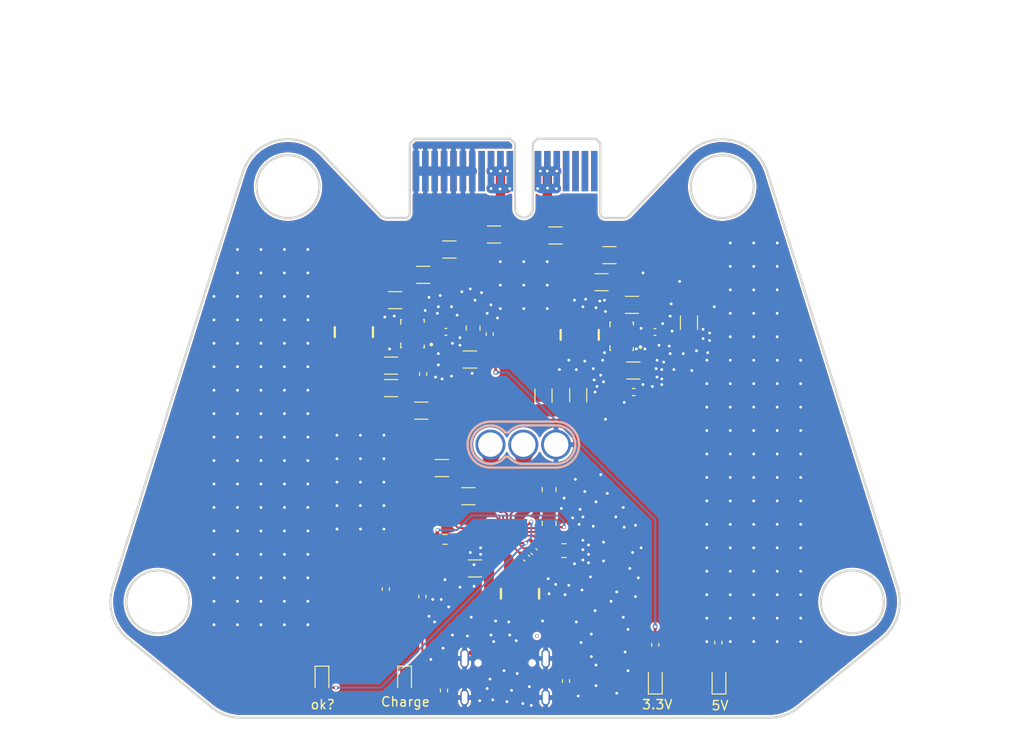
<source format=kicad_pcb>
(kicad_pcb (version 20241229) (generator "pcbnew") (generator_version "9.0")
  (layers (0 "F.Cu" signal) (2 "B.Cu" signal) (13 "F.Paste" user) (15 "B.Paste" user) (5 "F.SilkS" user "F.Silkscreen") (7 "B.SilkS" user "B.Silkscreen") (1 "F.Mask" user) (3 "B.Mask" user) (25 "Edge.Cuts" user))
  (net 0 "")
  (net 1 "GND")
  (net 2 "+3.3V")
  (net 3 "+5V")
  (net 4 "Net-(D401-K)")
  (net 5 "Net-(D402-K)")
  (net 18 "/VBUS")
  (net 19 "/power/VCC")
  (net 20 "/power/VSYS")
  (net 21 "AGND")
  (net 22 "Net-(D1-A)")
  (net 23 "Net-(J201-CC2)")
  (net 29 "Net-(J201-CC1)")
  (net 30 "Net-(C407-Pad1)")
  (net 31 "Net-(U501-L1)")
  (net 32 "Net-(U501-L2)")
  (net 33 "Net-(U601-L1)")
  (net 34 "Net-(U601-L2)")
  (net 35 "Net-(U402-VLIM)")
  (net 36 "Net-(U402-ISET)")
  (net 37 "Net-(U402-*ACOK)")
  (net 38 "Net-(U402-BST)")
  (net 40 "Net-(U402-BATT)")
  (net 42 "Net-(U402-CV)")
  (net 43 "Net-(U402-*STAT)")
  (net 44 "Net-(U402-MID)")
  (net 45 "Net-(U501-VAUX)")
  (net 46 "Net-(U501-PG)")
  (net 49 "Net-(U501-EN)")
  (net 50 "Net-(U501-FB)")
  (net 51 "Net-(U601-PG)")
  (net 52 "Net-(U601-VAUX)")
  (net 53 "Net-(U601-EN)")
  (net 54 "Net-(D501-A)")
  (footprint "Resistor_SMD:R_0402_1005Metric" (layer "F.Cu") (at 144.775 81.525 90)
    (property "Reference" "R503" (hide yes))
    (property "Value" "150k" (hide yes))
  )
  (footprint "Capacitor_SMD:C_1206_3216Metric" (layer "F.Cu") (at 145.225 70.9)
    (property "Reference" "C508" (hide yes))
    (property "Value" "22u" (hide yes))
  )
  (footprint "Capacitor_SMD:C_1206_3216Metric" (layer "F.Cu") (at 150.5 88.075 90)
    (property "Reference" "C601" (hide yes))
    (property "Value" "10u" (hide yes))
  )
  (footprint "LED_SMD:LED_0603_1608Metric" (layer "F.Cu") (at 135.7 118.4 -90)
    (property "Reference" "D401" (hide yes))
    (property "Value" "LED" (hide yes))
  )
  (footprint "Resistor_SMD:R_0402_1005Metric" (layer "F.Cu") (at 137.6 109.5 -90)
    (property "Reference" "R406" (hide yes))
    (property "Value" "1k" (hide yes))
  )
  (footprint "Capacitor_SMD:C_1206_3216Metric" (layer "F.Cu") (at 139.675 95.8)
    (property "Reference" "C408" (hide yes))
    (property "Value" "22u" (hide yes))
  )
  (footprint "Capacitor_SMD:C_0402_1005Metric" (layer "F.Cu") (at 148.7 105.4 135)
    (property "Reference" "C407" (hide yes))
    (property "Value" "100n" (hide yes))
  )
  (footprint "Resistor_SMD:R_0402_1005Metric" (layer "F.Cu") (at 169.125 114.4025 -90)
    (property "Reference" "R505" (hide yes))
    (property "Value" "1k" (hide yes))
  )
  (footprint "Capacitor_SMD:C_0402_1005Metric" (layer "F.Cu") (at 149.5 104.7 135)
    (property "Reference" "C410" (hide yes))
    (property "Value" "1u" (hide yes))
  )
  (footprint "Capacitor_SMD:C_1206_3216Metric" (layer "F.Cu") (at 142.5 98.8)
    (property "Reference" "C409" (hide yes))
    (property "Value" "22u" (hide yes))
  )
  (footprint "4in-power:IND-SMD_L4.0-W4.0_YSMC0420V" (layer "F.Cu") (at 154.359315 81.6 90)
    (property "Reference" "L601" (hide yes))
    (property "Value" "1.5u" (hide yes))
  )
  (footprint "Resistor_SMD:R_0805_2012Metric" (layer "F.Cu") (at 152.7 104.6)
    (property "Reference" "R409" (hide yes))
    (property "Value" "6k" (hide yes))
  )
  (footprint "Capacitor_SMD:C_1206_3216Metric" (layer "F.Cu") (at 137.7 75.2 180)
    (property "Reference" "C506" (hide yes))
    (property "Value" "22u" (hide yes))
  )
  (footprint "4in-power:QFN-18_2MMx3MM_MP2672_MNP_MPS" (layer "F.Cu") (at 146.412818 102.2 90)
    (property "Reference" "U402" (hide yes))
    (property "Value" "MP2672GD-0000-Z" (hide yes))
  )
  (footprint "Capacitor_SMD:C_1206_3216Metric" (layer "F.Cu") (at 134.7 77.9 180)
    (property "Reference" "C505" (hide yes))
    (property "Value" "10u" (hide yes))
  )
  (footprint "Capacitor_SMD:C_1206_3216Metric" (layer "F.Cu") (at 140.475 72.5 180)
    (property "Reference" "C507" (hide yes))
    (property "Value" "22u" (hide yes))
  )
  (footprint "Capacitor_SMD:C_0402_1005Metric" (layer "F.Cu") (at 162.38 81.3)
    (property "Reference" "C603" (hide yes))
    (property "Value" "100n" (hide yes))
  )
  (footprint "Resistor_SMD:R_0805_2012Metric" (layer "F.Cu") (at 151.1 98.1 -90)
    (property "Reference" "R404" (hide yes))
    (property "Value" "25k" (hide yes))
  )
  (footprint "Connector_USB:USB_C_Receptacle_Palconn_UTC16-G" (layer "F.Cu") (at 146.412818 118.025)
    (property "Reference" "J201" (hide yes))
    (property "Value" "USB_C_Receptacle_USB2.0_16P" (hide yes))
  )
  (footprint "4in-power:VREG_TPS63070RNMR" (layer "F.Cu") (at 136.55 81.475 180)
    (property "Reference" "U501" (hide yes))
    (property "Value" "TPS63070RNMR" (hide yes))
  )
  (footprint "Resistor_SMD:R_0603_1608Metric" (layer "F.Cu") (at 140 103.4 180)
    (property "Reference" "R408" (hide yes))
    (property "Value" "33k" (hide yes))
  )
  (footprint "Resistor_SMD:R_0805_2012Metric" (layer "F.Cu") (at 143 80.875 -90)
    (property "Reference" "R502" (hide yes))
    (property "Value" "470k" (hide yes))
  )
  (footprint "Capacitor_SMD:C_1206_3216Metric" (layer "F.Cu") (at 134.25 87.275 180)
    (property "Reference" "C502" (hide yes))
    (property "Value" "10u" (hide yes))
  )
  (footprint "Resistor_SMD:R_0402_1005Metric" (layer "F.Cu") (at 139.9 119.51 90)
    (property "Reference" "R201" (hide yes))
    (property "Value" "5.1k" (hide yes))
  )
  (footprint "4in-power:VREG_TPS63070RNMR" (layer "F.Cu") (at 158.834315 81.75 180)
    (property "Reference" "U601" (hide yes))
    (property "Value" "TPS63070RNMR" (hide yes))
  )
  (footprint "Resistor_SMD:R_0402_1005Metric" (layer "F.Cu") (at 152.9 118.5 -90)
    (property "Reference" "R202" (hide yes))
    (property "Value" "5.1k" (hide yes))
  )
  (footprint "Resistor_SMD:R_0402_1005Metric" (layer "F.Cu") (at 137.675 85.775 90)
    (property "Reference" "R501" (hide yes))
    (property "Value" "10k" (hide yes))
  )
  (footprint "Resistor_SMD:R_0402_1005Metric" (layer "F.Cu") (at 162.4125 114.643835 -90)
    (property "Reference" "R11" (hide yes))
    (property "Value" "1k" (hide yes))
  )
  (footprint "4in-power:IND-SMD_L4.0-W4.0_YSMC0420V" (layer "F.Cu") (at 148 109.2 90)
    (property "Reference" "L402" (hide yes))
    (property "Value" "1.5u" (hide yes))
  )
  (footprint "Resistor_SMD:R_1206_3216Metric" (layer "F.Cu") (at 142.6625 84.225 180)
    (property "Reference" "R504" (hide yes))
    (property "Value" "100k" (hide yes))
  )
  (footprint "Capacitor_SMD:C_1206_3216Metric" (layer "F.Cu") (at 134.25 84.875 180)
    (property "Reference" "C503" (hide yes))
    (property "Value" "10u" (hide yes))
  )
  (footprint "LED_SMD:LED_0603_1608Metric" (layer "F.Cu") (at 126.9 118.4 -90)
    (property "Reference" "D402" (hide yes))
    (property "Value" "LED" (hide yes))
  )
  (footprint "Capacitor_SMD:C_1206_3216Metric" (layer "F.Cu") (at 156.675 75.984909 180)
    (property "Reference" "C604" (hide yes))
    (property "Value" "22u" (hide yes))
  )
  (footprint "Capacitor_SMD:C_1206_3216Metric" (layer "F.Cu") (at 157.525 73.1)
    (property "Reference" "C605" (hide yes))
    (property "Value" "22u" (hide yes))
  )
  (footprint "Resistor_SMD:R_0805_2012Metric" (layer "F.Cu") (at 151.1 101.7 -90)
    (property "Reference" "R405" (hide yes))
    (property "Value" "9.1k" (hide yes))
  )
  (footprint "LED_SMD:LED_0603_1608Metric" (layer "F.Cu") (at 169.2 118.4 90)
    (property "Reference" "D501" (hide yes))
    (property "Value" "LED" (hide yes))
  )
  (footprint "4in-power:IND-SMD_L4.0-W4.0_YSMC0420V" (layer "F.Cu") (at 130.3 81.3 90)
    (property "Reference" "L501" (hide yes))
    (property "Value" "1.5u" (hide yes))
  )
  (footprint "Capacitor_SMD:C_1206_3216Metric" (layer "F.Cu") (at 137.475 89.675)
    (property "Reference" "C501" (hide yes))
    (property "Value" "10u" (hide yes))
  )
  (footprint "Capacitor_SMD:C_1206_3216Metric" (layer "F.Cu") (at 154.2 88.025 90)
    (property "Reference" "C602" (hide yes))
    (property "Value" "10u" (hide yes))
  )
  (footprint "Capacitor_SMD:C_0402_1005Metric" (layer "F.Cu") (at 140.105 81.275)
    (property "Reference" "C504" (hide yes))
    (property "Value" "100n" (hide yes))
  )
  (footprint "Capacitor_SMD:C_1206_3216Metric" (layer "F.Cu") (at 160.075 85.4)
    (property "Reference" "C608" (hide yes))
    (property "Value" "10u" (hide yes))
  )
  (footprint "Resistor_SMD:R_0402_1005Metric" (layer "F.Cu") (at 160.11 87.7)
    (property "Reference" "R601" (hide yes))
    (property "Value" "10k" (hide yes))
  )
  (footprint "Capacitor_SMD:C_1206_3216Metric" (layer "F.Cu") (at 151.775 71 180)
    (property "Reference" "C606" (hide yes))
    (property "Value" "22u" (hide yes))
  )
  (footprint "Resistor_SMD:R_1206_3216Metric" (layer "F.Cu") (at 166 80.3 -90)
    (property "Reference" "R602" (hide yes))
    (property "Value" "100k" (hide yes))
  )
  (footprint "Capacitor_SMD:C_1206_3216Metric" (layer "F.Cu") (at 143.2 106.5)
    (property "Reference" "C406" (hide yes))
    (property "Value" "10u" (hide yes))
  )
  (footprint "Resistor_SMD:R_0402_1005Metric" (layer "F.Cu") (at 133.7 108.7 -90)
    (property "Reference" "R407" (hide yes))
    (property "Value" "1k" (hide yes))
  )
  (footprint "Capacitor_SMD:C_1206_3216Metric" (layer "F.Cu") (at 159.925 78.4)
    (property "Reference" "C607" (hide yes))
    (property "Value" "10u" (hide yes))
  )
  (footprint "LED_SMD:LED_0603_1608Metric" (layer "F.Cu") (at 162.4125 118.4 90)
    (property "Reference" "D1" (hide yes))
    (property "Value" "LED" (hide yes))
  )
  (footprint "Connector_PCBEdge:BUS_PCIexpress_x1" (layer "B.Cu") (at 136.913 64.138595)
    (property "Reference" "J1" (hide yes))
    (property "Value" "Bus_PCI_Express_x1" (hide yes))
    (fp_line (start -0.65 -2.95) (end -0.65 4.506267) (stroke (width 0.25)) (layer "Edge.Cuts"))
    (fp_line (start -0.15 -3.45) (end -0.65 -2.95) (stroke (width 0.25)) (layer "Edge.Cuts"))
    (fp_line (start 10.05 -3.45) (end -0.15 -3.45) (stroke (width 0.25)) (layer "Edge.Cuts"))
    (fp_line (start 10.05 -3.45) (end 10.55 -2.95) (stroke (width 0.25)) (layer "Edge.Cuts"))
    (fp_line (start 10.55 -2.95) (end 10.55 4) (stroke (width 0.25)) (layer "Edge.Cuts"))
    (fp_line (start 12.45 -2.95) (end 12.45 4) (stroke (width 0.25)) (layer "Edge.Cuts"))
    (fp_line (start 12.95 -3.45) (end 12.45 -2.95) (stroke (width 0.25)) (layer "Edge.Cuts"))
    (fp_line (start 19.15 -3.45) (end 12.95 -3.45) (stroke (width 0.25)) (layer "Edge.Cuts"))
    (fp_line (start 19.15 -3.45) (end 19.65 -2.95) (stroke (width 0.25)) (layer "Edge.Cuts"))
    (fp_line (start 19.65 4.506267) (end 19.65 -2.95) (stroke (width 0.25)) (layer "Edge.Cuts"))
    (fp_arc (start 12.45 4) (mid 11.5 4.95) (end 10.55 4) (stroke (width 0.25)) (layer "Edge.Cuts"))
  )
  (footprint "4in-power:CONN-TH_MR30-Vertical" (layer "B.Cu") (at 148.35 93.3)
    (property "Reference" "U403" (hide yes))
    (property "Value" "Battery (MR-30)" (hide yes))
  )
  (gr_line (start 159.678146 68.835513) (end 165.883818 62.312636) (stroke (width 0.25)) (layer "Edge.Cuts"))
  (gr_line (start 133.143972 68.831791) (end 126.941843 62.312637) (stroke (width 0.25)) (layer "Edge.Cuts"))
  (gr_line (start 174.511605 122.419976) (end 118.31403 122.419976) (stroke (width 0.25)) (layer "Edge.Cuts"))
  (gr_circle (center 183.413305 110.068595) (end 180.063305 110.068595) (stroke (width 0.25)) (fill no) (layer "Edge.Cuts"))
  (gr_arc (start 159.678146 68.835513) (mid 159.347804 69.065283) (end 158.95364 69.146243) (stroke (width 0.25)) (layer "Edge.Cuts"))
  (gr_arc (start 188.23235 108.558858) (mid 188.252259 111.513246) (end 186.615928 113.973169) (stroke (width 0.25)) (layer "Edge.Cuts"))
  (gr_line (start 133.87203 69.146243) (end 135.755183 69.146243) (stroke (width 0.25)) (layer "Edge.Cuts"))
  (gr_arc (start 118.31403 122.419976) (mid 116.613396 122.125003) (end 115.111431 121.274551) (stroke (width 0.25)) (layer "Edge.Cuts"))
  (gr_line (start 158.95364 69.146243) (end 157.070478 69.146243) (stroke (width 0.25)) (layer "Edge.Cuts"))
  (gr_line (start 186.615928 113.973169) (end 177.714231 121.274549) (stroke (width 0.25)) (layer "Edge.Cuts"))
  (gr_arc (start 133.87203 69.146243) (mid 133.475493 69.064276) (end 133.143972 68.831791) (stroke (width 0.25)) (layer "Edge.Cuts"))
  (gr_arc (start 165.883818 62.312636) (mid 170.686206 60.874603) (end 174.361605 64.283721) (stroke (width 0.25)) (layer "Edge.Cuts"))
  (gr_arc (start 118.464055 64.28372) (mid 122.13948 60.874652) (end 126.941843 62.312637) (stroke (width 0.25)) (layer "Edge.Cuts"))
  (gr_circle (center 109.412355 110.068595) (end 106.062355 110.068595) (stroke (width 0.25)) (fill no) (layer "Edge.Cuts"))
  (gr_arc (start 136.255183 68.646276) (mid 136.108744 68.999839) (end 135.755183 69.146243) (stroke (width 0.25)) (layer "Edge.Cuts"))
  (gr_line (start 174.361606 64.283721) (end 188.23235 108.558858) (stroke (width 0.25)) (layer "Edge.Cuts"))
  (gr_circle (center 169.54256 65.793456) (end 166.19256 65.793456) (stroke (width 0.25)) (fill no) (layer "Edge.Cuts"))
  (gr_circle (center 123.2831 65.793456) (end 119.9331 65.793456) (stroke (width 0.25)) (fill no) (layer "Edge.Cuts"))
  (gr_line (start 106.209767 113.973198) (end 115.111431 121.274551) (stroke (width 0.25)) (layer "Edge.Cuts"))
  (gr_arc (start 157.070478 69.146243) (mid 156.716924 68.999796) (end 156.570477 68.646242) (stroke (width 0.25)) (layer "Edge.Cuts"))
  (gr_line (start 118.464054 64.28372) (end 104.588376 108.574607) (stroke (width 0.25)) (layer "Edge.Cuts"))
  (gr_arc (start 106.209767 113.973198) (mid 104.575789 111.521169) (end 104.588376 108.574607) (stroke (width 0.25)) (layer "Edge.Cuts"))
  (gr_arc (start 177.714231 121.274549) (mid 176.212253 122.125005) (end 174.511605 122.419976) (stroke (width 0.25)) (layer "Edge.Cuts"))
  (gr_text "ok?" (at 125.6 121.6 0) (layer "F.SilkS") (effects (font (size 1 1)) (justify left bottom)))
  (gr_text "Charge" (at 133.1 121.3 0) (layer "F.SilkS") (effects (font (size 1 1)) (justify left bottom)))
  (gr_text "5V" (at 168.3 121.7 0) (layer "F.SilkS") (effects (font (size 1 1)) (justify left bottom)))
  (gr_text "3.3V" (at 160.9 121.6 0) (layer "F.SilkS") (effects (font (size 1 1)) (justify left bottom)))
  (via (at 149.8 113.7) (size 0.4) (drill 0.3) (layers "F.Cu" "B.Cu") (net 0))
  (segment (start 159.059315 81.429374) (end 158.738689 81.75) (width 0.2) (layer "F.Cu") (net 1))
  (segment (start 136.775 80.075) (end 136.775 79.725) (width 0.15) (layer "F.Cu") (net 1))
  (segment (start 159.385315 82.385315) (end 159.385315 82.976) (width 0.2) (layer "F.Cu") (net 1))
  (segment (start 136.775 79.725) (end 137.2 79.3) (width 0.15) (layer "F.Cu") (net 1))
  (segment (start 142.913 64.138595) (end 139.913 64.138595) (width 1) (layer "F.Cu") (net 1))
  (segment (start 158.234315 81.75) (end 158.75 81.75) (width 0.2) (layer "F.Cu") (net 1))
  (segment (start 159.488689 81) (end 158.738689 81.75) (width 0.2) (layer "F.Cu") (net 1))
  (segment (start 136.454374 81.475) (end 135.95 81.475) (width 0.2) (layer "F.Cu") (net 1))
  (segment (start 136.975 81.995626) (end 136.454374 81.475) (width 0.2) (layer "F.Cu") (net 1))
  (segment (start 159.059315 80.35) (end 159.059315 80.040685) (width 0.15) (layer "F.Cu") (net 1))
  (segment (start 136.775 81.154374) (end 136.454374 81.475) (width 0.2) (layer "F.Cu") (net 1))
  (segment (start 158.75 81.75) (end 159.385315 82.385315) (width 0.2) (layer "F.Cu") (net 1))
  (segment (start 145.16282 100.7) (end 144.8 100.7) (width 0.15) (layer "F.Cu") (net 1))
  (segment (start 136.775 80.075) (end 136.775 81.154374) (width 0.2) (layer "F.Cu") (net 1))
  (segment (start 159.059315 80.35) (end 159.059315 81.429374) (width 0.2) (layer "F.Cu") (net 1))
  (segment (start 159.385315 82.976) (end 159.559315 83.15) (width 0.2) (layer "F.Cu") (net 1))
  (segment (start 136.975 82.249) (end 136.975 81.995626) (width 0.2) (layer "F.Cu") (net 1))
  (segment (start 158.738689 81.75) (end 158.234315 81.75) (width 0.2) (layer "F.Cu") (net 1))
  (segment (start 137.275 82.875) (end 137.275 82.549) (width 0.2) (layer "F.Cu") (net 1))
  (segment (start 137.204374 80.725) (end 136.454374 81.475) (width 0.2) (layer "F.Cu") (net 1))
  (segment (start 159.059315 80.040685) (end 159.7 79.4) (width 0.15) (layer "F.Cu") (net 1))
  (segment (start 137.7 80.725) (end 137.204374 80.725) (width 0.2) (layer "F.Cu") (net 1))
  (segment (start 137.275 82.549) (end 136.975 82.249) (width 0.2) (layer "F.Cu") (net 1))
  (segment (start 145.812819 101.349999) (end 145.16282 100.7) (width 0.15) (layer "F.Cu") (net 1))
  (segment (start 159.984315 81) (end 159.488689 81) (width 0.2) (layer "F.Cu") (net 1))
  (via (at 156 87.7) (size 0.4) (drill 0.3) (layers "F.Cu" "B.Cu") (net 1))
  (via (at 170.4 99.3) (size 0.5) (drill 0.3) (layers "F.Cu" "B.Cu") (net 1))
  (via (at 154.7 103.5) (size 0.4) (drill 0.3) (layers "F.Cu" "B.Cu") (net 1))
  (via (at 131 92.3) (size 0.5) (drill 0.3) (layers "F.Cu" "B.Cu") (net 1))
  (via (at 160.3 109.5) (size 0.4) (drill 0.3) (layers "F.Cu" "B.Cu") (net 1))
  (via (at 117.9 107.5) (size 0.5) (drill 0.3) (layers "F.Cu" "B.Cu") (net 1))
  (via (at 143.8 105) (size 0.4) (drill 0.3) (layers "F.Cu" "B.Cu") (net 1))
  (via (at 133.6 79.7) (size 0.5) (drill 0.3) (layers "F.Cu" "B.Cu") (net 1))
  (via (at 139.5 77.4) (size 0.5) (drill 0.3) (layers "F.Cu" "B.Cu") (net 1))
  (via (at 170.4 114.3) (size 0.5) (drill 0.3) (layers "F.Cu" "B.Cu") (net 1))
  (via (at 172.9 96.8) (size 0.5) (drill 0.3) (layers "F.Cu" "B.Cu") (net 1))
  (via (at 144.5 119.3) (size 0.4) (drill 0.3) (layers "F.Cu" "B.Cu") (net 1))
  (via (at 167.9 109.3) (size 0.5) (drill 0.3) (layers "F.Cu" "B.Cu") (net 1))
  (via (at 141.6 81.9) (size 0.5) (drill 0.3) (layers "F.Cu" "B.Cu") (net 1))
  (via (at 155.3 105) (size 0.4) (drill 0.3) (layers "F.Cu" "B.Cu") (net 1))
  (via (at 117.9 77.5) (size 0.5) (drill 0.3) (layers "F.Cu" "B.Cu") (net 1))
  (via (at 122.9 112.5) (size 0.5) (drill 0.3) (layers "F.Cu" "B.Cu") (net 1))
  (via (at 167.9 101.8) (size 0.5) (drill 0.3) (layers "F.Cu" "B.Cu") (net 1))
  (via (at 120.4 112.5) (size 0.5) (drill 0.3) (layers "F.Cu" "B.Cu") (net 1))
  (via (at 167.9 96.8) (size 0.5) (drill 0.3) (layers "F.Cu" "B.Cu") (net 1))
  (via (at 120.4 102.5) (size 0.5) (drill 0.3) (layers "F.Cu" "B.Cu") (net 1))
  (via (at 142.7 104.8) (size 0.4) (drill 0.3) (layers "F.Cu" "B.Cu") (net 1))
  (via (at 146.9 113.6) (size 0.4) (drill 0.3) (layers "F.Cu" "B.Cu") (net 1))
  (via (at 143.1 106.1) (size 0.4) (drill 0.3) (layers "F.Cu" "B.Cu") (net 1))
  (via (at 143.2 77.9) (size 0.5) (drill 0.3) (layers "F.Cu" "B.Cu") (net 1))
  (via (at 125.4 77.5) (size 0.5) (drill 0.3) (layers "F.Cu" "B.Cu") (net 1))
  (via (at 139 86.1) (size 0.5) (drill 0.3) (layers "F.Cu" "B.Cu") (net 1))
  (via (at 175.4 89.3) (size 0.5) (drill 0.3) (layers "F.Cu" "B.Cu") (net 1))
  (via (at 164 83.6) (size 0.4) (drill 0.3) (layers "F.Cu" "B.Cu") (net 1))
  (via (at 163.1 85.3) (size 0.4) (drill 0.3) (layers "F.Cu" "B.Cu") (net 1))
  (via (at 167.9 111.8) (size 0.5) (drill 0.3) (layers "F.Cu" "B.Cu") (net 1))
  (via (at 159.1 102.1) (size 0.4) (drill 0.3) (layers "F.Cu" "B.Cu") (net 1))
  (via (at 159.1 88.8) (size 0.4) (drill 0.3) (layers "F.Cu" "B.Cu") (net 1))
  (via (at 117.9 100) (size 0.5) (drill 0.3) (layers "F.Cu" "B.Cu") (net 1))
  (via (at 147.6 114.2) (size 0.4) (drill 0.3) (layers "F.Cu" "B.Cu") (net 1))
  (via (at 170.4 86.8) (size 0.5) (drill 0.3) (layers "F.Cu" "B.Cu") (net 1))
  (via (at 162.1 87.1) (size 0.4) (drill 0.3) (layers "F.Cu" "B.Cu") (net 1))
  (via (at 175.4 86.8) (size 0.5) (drill 0.3) (layers "F.Cu" "B.Cu") (net 1))
  (via (at 170.4 109.3) (size 0.5) (drill 0.3) (layers "F.Cu" "B.Cu") (net 1))
  (via (at 172.9 81.8) (size 0.5) (drill 0.3) (layers "F.Cu" "B.Cu") (net 1))
  (via (at 168 83.5) (size 0.4) (drill 0.3) (layers "F.Cu" "B.Cu") (net 1))
  (via (at 125.4 97.5) (size 0.5) (drill 0.3) (layers "F.Cu" "B.Cu") (net 1))
  (via (at 163.1 86.3) (size 0.4) (drill 0.3) (layers "F.Cu" "B.Cu") (net 1))
  (via (at 140.8 82.5) (size 0.5) (drill 0.3) (layers "F.Cu" "B.Cu") (net 1))
  (via (at 159 100) (size 0.4) (drill 0.3) (layers "F.Cu" "B.Cu") (net 1))
  (via (at 177.9 91.8) (size 0.5) (drill 0.3) (layers "F.Cu" "B.Cu") (net 1))
  (via (at 141.6 108.5) (size 0.4) (drill 0.3) (layers "F.Cu" "B.Cu") (net 1))
  (via (at 166.8 83.3) (size 0.4) (drill 0.3) (layers "F.Cu" "B.Cu") (net 1))
  (via (at 175.4 94.3) (size 0.5) (drill 0.3) (layers "F.Cu" "B.Cu") (net 1))
  (via (at 159.5 117.4) (size 0.4) (drill 0.3) (layers "F.Cu" "B.Cu") (net 1))
  (via (at 175.4 96.8) (size 0.5) (drill 0.3) (layers "F.Cu" "B.Cu") (net 1))
  (via (at 138.7 109.8) (size 0.4) (drill 0.3) (layers "F.Cu" "B.Cu") (net 1))
  (via (at 163.3 84.5) (size 0.4) (drill 0.3) (layers "F.Cu" "B.Cu") (net 1))
  (via (at 144.5 79.3) (size 0.5) (drill 0.3) (layers "F.Cu" "B.Cu") (net 1))
  (via (at 151.8 108.2) (size 0.4) (drill 0.3) (layers "F.Cu" "B.Cu") (net 1))
  (via (at 159.2 115.4) (size 0.4) (drill 0.3) (layers "F.Cu" "B.Cu") (net 1))
  (via (at 122.9 110) (size 0.5) (drill 0.3) (layers "F.Cu" "B.Cu") (net 1))
  (via (at 167.9 94.3) (size 0.5) (drill 0.3) (layers "F.Cu" "B.Cu") (net 1))
  (via (at 142.9 85.7) (size 0.5) (drill 0.3) (layers "F.Cu" "B.Cu") (net 1))
  (via (at 163.2 80.4) (size 0.4) (drill 0.3) (layers "F.Cu" "B.Cu") (net 1))
  (via (at 151 107.6) (size 0.4) (drill 0.3) (layers "F.Cu" "B.Cu") (net 1))
  (via (at 175.4 99.3) (size 0.5) (drill 0.3) (layers "F.Cu" "B.Cu") (net 1))
  (via (at 115.4 90) (size 0.5) (drill 0.3) (layers "F.Cu" "B.Cu") (net 1))
  (via (at 167.9 114.3) (size 0.5) (drill 0.3) (layers "F.Cu" "B.Cu") (net 1))
  (via (at 167.9 104.3) (size 0.5) (drill 0.3) (layers "F.Cu" "B.Cu") (net 1))
  (via (at 153.2 108.3) (size 0.4) (drill 0.3) (layers "F.Cu" "B.Cu") (net 1))
  (via (at 133.5 102.3) (size 0.5) (drill 0.3) (layers "F.Cu" "B.Cu") (net 1))
  (via (at 138.3 77.6) (size 0.5) (drill 0.3) (layers "F.Cu" "B.Cu") (net 1))
  (via (at 122.9 80) (size 0.5) (drill 0.3) (layers "F.Cu" "B.Cu") (net 1))
  (via (at 139.3 83.6) (size 0.5) (drill 0.3) (layers "F.Cu" "B.Cu") (net 1))
  (via (at 156.1 116.8) (size 0.4) (drill 0.3) (layers "F.Cu" "B.Cu") (net 1))
  (via (at 117.9 110) (size 0.5) (drill 0.3) (layers "F.Cu" "B.Cu") (net 1))
  (via (at 160.9 104.3) (size 0.4) (drill 0.3) (layers "F.Cu" "B.Cu") (net 1))
  (via (at 156.6 85.9) (size 0.4) (drill 0.3) (layers "F.Cu" "B.Cu") (net 1))
  (via (at 152.8 109.3) (size 0.4) (drill 0.3) (layers "F.Cu" "B.Cu") (net 1))
  (via (at 175.4 101.8) (size 0.5) (drill 0.3) (layers "F.Cu" "B.Cu") (net 1))
  (via (at 122.9 75) (size 0.5) (drill 0.3) (layers "F.Cu" "B.Cu") (net 1))
  (via (at 154.7 101) (size 0.4) (drill 0.3) (layers "F.Cu" "B.Cu") (net 1))
  (via (at 156.9 103.7) (size 0.4) (drill 0.3) (layers "F.Cu" "B.Cu") (net 1))
  (via (at 122.9 87.5) (size 0.5) (drill 0.3) (layers "F.Cu" "B.Cu") (net 1))
  (via (at 125.4 90) (size 0.5) (drill 0.3) (layers "F.Cu" "B.Cu") (net 1))
  (via (at 128.5 99.8) (size 0.5) (drill 0.3) (layers "F.Cu" "B.Cu") (net 1))
  (via (at 165.4 83.6) (size 0.4) (drill 0.3) (layers "F.Cu" "B.Cu") (net 1))
  (via (at 120.4 107.5) (size 0.5) (drill 0.3) (layers "F.Cu" "B.Cu") (net 1))
  (via (at 150.4 112.1) (size 0.4) (drill 0.3) (layers "F.Cu" "B.Cu") (net 1))
  (via (at 175.4 81.8) (size 0.5) (drill 0.3) (layers "F.Cu" "B.Cu") (net 1))
  (via (at 141.6 82.7) (size 0.5) (drill 0.3) (layers "F.Cu" "B.Cu") (net 1))
  (via (at 142.8 111.7) (size 0.4) (drill 0.3) (layers "F.Cu" "B.Cu") (net 1))
  (via (at 175.4 106.8) (size 0.5) (drill 0.3) (layers "F.Cu" "B.Cu") (net 1))
  (via (at 145.2 114.3) (size 0.4) (drill 0.3) (layers "F.Cu" "B.Cu") (net 1))
  (via (at 161.3 83.1) (size 0.4) (drill 0.3) (layers "F.Cu" "B.Cu") (net 1))
  (via (at 160 104.8) (size 0.4) (drill 0.3) (layers "F.Cu" "B.Cu") (net 1))
  (via (at 177.9 94.3) (size 0.5) (drill 0.3) (layers "F.Cu" "B.Cu") (net 1))
  (via (at 117.9 112.5) (size 0.5) (drill 0.3) (layers "F.Cu" "B.Cu") (net 1))
  (via (at 155.8 102) (size 0.4) (drill 0.3) (layers "F.Cu" "B.Cu") (net 1))
  (via (at 153.2 84.3) (size 0.4) (drill 0.3) (layers "F.Cu" "B.Cu") (net 1))
  (via (at 167.9 99.3) (size 0.5) (drill 0.3) (layers "F.Cu" "B.Cu") (net 1))
  (via (at 153.8 77.9) (size 0.4) (drill 0.3) (layers "F.Cu" "B.Cu") (net 1))
  (via (at 140.7 78.6) (size 0.5) (drill 0.3) (layers "F.Cu" "B.Cu") (net 1))
  (via (at 120.4 82.5) (size 0.5) (drill 0.3) (layers "F.Cu" "B.Cu") (net 1))
  (via (at 177.9 86.8) (size 0.5) (drill 0.3) (layers "F.Cu" "B.Cu") (net 1))
  (via (at 172.9 94.3) (size 0.5) (drill 0.3) (layers "F.Cu" "B.Cu") (net 1))
  (via (at 145.4 112.1) (size 0.4) (drill 0.3) (layers "F.Cu" "B.Cu") (net 1))
  (via (at 170.4 79.3) (size 0.5) (drill 0.3) (layers "F.Cu" "B.Cu") (net 1))
  (via (at 160.9 80.9) (size 0.4) (drill 0.3) (layers "F.Cu" "B.Cu") (net 1))
  (via (at 172.9 76.8) (size 0.5) (drill 0.3) (layers "F.Cu" "B.Cu") (net 1))
  (via (at 148.3 120.9) (size 0.4) (drill 0.3) (layers "F.Cu" "B.Cu") (net 1))
  (via (at 140.8 113.6) (size 0.4) (drill 0.3) (layers "F.Cu" "B.Cu") (net 1))
  (via (at 115.4 77.5) (size 0.5) (drill 0.3) (layers "F.Cu" "B.Cu") (net 1))
  (via (at 170.4 74.3) (size 0.5) (drill 0.3) (layers "F.Cu" "B.Cu") (net 1))
  (via (at 120.4 92.5) (size 0.5) (drill 0.3) (layers "F.Cu" "B.Cu") (net 1))
  (via (at 160.3 101.9) (size 0.4) (drill 0.3) (layers "F.Cu" "B.Cu") (net 1))
  (via (at 125.4 110) (size 0.5) (drill 0.3) (layers "F.Cu" "B.Cu") (net 1))
  (via (at 144.9 113.6) (size 0.4) (drill 0.3) (layers "F.Cu" "B.Cu") (net 1))
  (via (at 131 102.3) (size 0.5) (drill 0.3) (layers "F.Cu" "B.Cu") (net 1))
  (via (at 175.4 111.8) (size 0.5) (drill 0.3) (layers "F.Cu" "B.Cu") (net 1))
  (via (at 122.9 102.5) (size 0.5) (drill 0.3) (layers "F.Cu" "B.Cu") (net 1))
  (via (at 154 85.3) (size 0.4) (drill 0.3) (layers "F.Cu" "B.Cu") (net 1))
  (via (at 167.9 89.3) (size 0.5) (drill 0.3) (layers "F.Cu" "B.Cu") (net 1))
  (via (at 172.9 71.8) (size 0.5) (drill 0.3) (layers "F.Cu" "B.Cu") (net 1))
  (via (at 155 77.8) (size 0.4) (drill 0.3) (layers "F.Cu" "B.Cu") (net 1))
  (via (at 155.6 113.5) (size 0.4) (drill 0.3) (layers "F.Cu" "B.Cu") (net 1))
  (via (at 138.3 111.6) (size 0.4) (drill 0.3) (layers "F.Cu" "B.Cu") (net 1))
  (via (at 117.9 80) (size 0.5) (drill 0.3) (layers "F.Cu" "B.Cu") (net 1))
  (via (at 137.9 79) (size 0.5) (drill 0.3) (layers "F.Cu" "B.Cu") (net 1))
  (via (at 131 97.3) (size 0.5) (drill 0.3) (layers "F.Cu" "B.Cu") (net 1))
  (via (at 156.8 84.3) (size 0.4) (drill 0.3) (layers "F.Cu" "B.Cu") (net 1))
  (via (at 158.2 101) (size 0.4) (drill 0.3) (layers "F.Cu" "B.Cu") (net 1))
  (via (at 172.9 101.8) (size 0.5) (drill 0.3) (layers "F.Cu" "B.Cu") (net 1))
  (via (at 172.9 106.8) (size 0.5) (drill 0.3) (layers "F.Cu" "B.Cu") (net 1))
  (via (at 154.9 98.3) (size 0.4) (drill 0.3) (layers "F.Cu" "B.Cu") (net 1))
  (via (at 153.8 106) (size 0.4) (drill 0.3) (layers "F.Cu" "B.Cu") (net 1))
  (via (at 125.4 75) (size 0.5) (drill 0.3) (layers "F.Cu" "B.Cu") (net 1))
  (via (at 150.9 73.8) (size 0.5) (drill 0.3) (layers "F.Cu" "B.Cu") (net 1))
  (via (at 156.6 96.5) (size 0.4) (drill 0.3) (layers "F.Cu" "B.Cu") (net 1))
  (via (at 175.4 71.8) (size 0.5) (drill 0.3) (layers "F.Cu" "B.Cu") (net 1))
  (via (at 148.4 78.8) (size 0.5) (drill 0.3) (layers "F.Cu" "B.Cu") (net 1))
  (via (at 120.4 95) (size 0.5) (drill 0.3) (layers "F.Cu" "B.Cu") (net 1))
  (via (at 122.9 107.5) (size 0.5) (drill 0.3) (layers "F.Cu" "B.Cu") (net 1))
  (via (at 133.5 92.3) (size 0.5) (drill 0.3) (layers "F.Cu" "B.Cu") (net 1))
  (via (at 138.5 116.2) (size 0.4) (drill 0.3) (layers "F.Cu" "B.Cu") (net 1))
  (via (at 122.9 97.5) (size 0.5) (drill 0.3) (layers "F.Cu" "B.Cu") (net 1))
  (via (at 151.1 109.2) (size 0.4) (drill 0.3) (layers "F.Cu" "B.Cu") (net 1))
  (via (at 122.9 77.5) (size 0.5) (drill 0.3) (layers "F.Cu" "B.Cu") (net 1))
  (via (at 177.9 109.3) (size 0.5) (drill 0.3) (layers "F.Cu" "B.Cu") (net 1))
  (via (at 170.4 71.8) (size 0.5) (drill 0.3) (layers "F.Cu" "B.Cu") (net 1))
  (via (at 170.4 104.3) (size 0.5) (drill 0.3) (layers "F.Cu" "B.Cu") (net 1))
  (via (at 115.4 102.5) (size 0.5) (drill 0.3) (layers "F.Cu" "B.Cu") (net 1))
  (via (at 120.4 90) (size 0.5) (drill 0.3) (layers "F.Cu" "B.Cu") (net 1))
  (via (at 172.9 79.3) (size 0.5) (drill 0.3) (layers "F.Cu" "B.Cu") (net 1))
  (via (at 139.7 86.3) (size 0.5) (drill 0.3) (layers "F.Cu" "B.Cu") (net 1))
  (via (at 148.4 73.8) (size 0.5) (drill 0.3) (layers "F.Cu" "B.Cu") (net 1))
  (via (at 154.4 100.2) (size 0.4) (drill 0.3) (layers "F.Cu" "B.Cu") (net 1))
  (via (at 157 77.9) (size 0.4) (drill 0.3) (layers "F.Cu" "B.Cu") (net 1))
  (via (at 146.8 112.2) (size 0.4) (drill 0.3) (layers "F.Cu" "B.Cu") (net 1))
  (via (at 144.9 78.4) (size 0.5) (drill 0.3) (layers "F.Cu" "B.Cu") (net 1))
  (via (at 122.9 100) (size 0.5) (drill 0.3) (layers "F.Cu" "B.Cu") (net 1))
  (via (at 115.4 105) (size 0.5) (drill 0.3) (layers "F.Cu" "B.Cu") (net 1))
  (via (at 172.9 99.3) (size 0.5) (drill 0.3) (layers "F.Cu" "B.Cu") (net 1))
  (via (at 115.4 112.5) (size 0.5) (drill 0.3) (layers "F.Cu" "B.Cu") (net 1))
  (via (at 177.9 101.8) (size 0.5) (drill 0.3) (layers "F.Cu" "B.Cu") (net 1))
  (via (at 170.4 111.8) (size 0.5) (drill 0.3) (layers "F.Cu" "B.Cu") (net 1))
  (via (at 155.5 107.4) (size 0.4) (drill 0.3) (layers "F.Cu" "B.Cu") (net 1))
  (via (at 125.4 82.5) (size 0.5) (drill 0.3) (layers "F.Cu" "B.Cu") (net 1))
  (via (at 175.4 79.3) (size 0.5) (drill 0.3) (layers "F.Cu" "B.Cu") (net 1))
  (via (at 153.9 97) (size 0.4) (drill 0.3) (layers "F.Cu" "B.Cu") (net 1))
  (via (at 164.1 78.3) (size 0.4) (drill 0.3) (layers "F.Cu" "B.Cu") (net 1))
  (via (at 149.2 121.1) (size 0.4) (drill 0.3) (layers "F.Cu" "B.Cu") (net 1))
  (via (at 122.9 85) (size 0.5) (drill 0.3) (layers "F.Cu" "B.Cu") (net 1))
  (via (at 172.9 84.3) (size 0.5) (drill 0.3) (layers "F.Cu" "B.Cu") (net 1))
  (via (at 117.9 95) (size 0.5) (drill 0.3) (layers "F.Cu" "B.Cu") (net 1))
  (via (at 115.4 87.5) (size 0.5) (drill 0.3) (layers "F.Cu" "B.Cu") (net 1))
  (via (at 117.9 97.5) (size 0.5) (drill 0.3) (layers "F.Cu" "B.Cu") (net 1))
  (via (at 157.1 79.1) (size 0.4) (drill 0.3) (layers "F.Cu" "B.Cu") (net 1))
  (via (at 131 99.8) (size 0.5) (drill 0.3) (layers "F.Cu" "B.Cu") (net 1))
  (via (at 170.4 96.8) (size 0.5) (drill 0.3) (layers "F.Cu" "B.Cu") (net 1))
  (via (at 152.4 100.1) (size 0.4) (drill 0.3) (layers "F.Cu" "B.Cu") (net 1))
  (via (at 152.2 85.3) (size 0.4) (drill 0.3) (layers "F.Cu" "B.Cu") (net 1))
  (via (at 146.6 120.7) (size 0.4) (drill 0.3) (layers "F.Cu" "B.Cu") (net 1))
  (via (at 117.9 82.5) (size 0.5) (drill 0.3) (layers "F.Cu" "B.Cu") (net 1))
  (via (at 162.6 86.1) (size 0.4) (drill 0.3) (layers "F.Cu" "B.Cu") (net 1))
  (via (at 167.9 91.8) (size 0.5) (drill 0.3) (layers "F.Cu" "B.Cu") (net 1))
  (via (at 125.4 102.5) (size 0.5) (drill 0.3) (layers "F.Cu" "B.Cu") (net 1))
  (via (at 167.9 84.3) (size 0.5) (drill 0.3) (layers "F.Cu" "B.Cu") (net 1))
  (via (at 117.9 92.5) (size 0.5) (drill 0.3) (layers "F.Cu" "B.Cu") (net 1))
  (via (at 175.4 84.3) (size 0.5) (drill 0.3) (layers "F.Cu" "B.Cu") (net 1))
  (via (at 117.9 105) (size 0.5) (drill 0.3) (layers "F.Cu" "B.Cu") (net 1))
  (via (at 167.5 82) (size 0.4) (drill 0.3) (layers "F.Cu" "B.Cu") (net 1))
  (via (at 128.5 102.3) (size 0.5) (drill 0.3) (layers "F.Cu" "B.Cu") (net 1))
  (via (at 139.3 84.8) (size 0.5) (drill 0.3) (layers "F.Cu" "B.Cu") (net 1))
  (via (at 115.4 80) (size 0.5) (drill 0.3) (layers "F.Cu" "B.Cu") (net 1))
  (via (at 170.4 84.3) (size 0.5) (drill 0.3) (layers "F.Cu" "B.Cu") (net 1))
  (via (at 162.6 84.3) (size 0.4) (drill 0.3) (layers "F.Cu" "B.Cu") (net 1))
  (via (at 175.4 114.3) (size 0.5) (drill 0.3) (layers "F.Cu" "B.Cu") (net 1))
  (via (at 155.3 104) (size 0.4) (drill 0.3) (layers "F.Cu" "B.Cu") (net 1))
  (via (at 122.9 90) (size 0.5) (drill 0.3) (layers "F.Cu" "B.Cu") (net 1))
  (via (at 175.4 109.3) (size 0.5) (drill 0.3) (layers "F.Cu" "B.Cu") (net 1))
  (via (at 154.7 105.6) (size 0.4) (drill 0.3) (layers "F.Cu" "B.Cu") (net 1))
  (via (at 158.3 109) (size 0.4) (drill 0.3) (layers "F.Cu" "B.Cu") (net 1))
  (via (at 155.8 85.2) (size 0.4) (drill 0.3) (layers "F.Cu" "B.Cu") (net 1))
  (via (at 172.9 104.3) (size 0.5) (drill 0.3) (layers "F.Cu" "B.Cu") (net 1))
  (via (at 156 111) (size 0.4) (drill 0.3) (layers "F.Cu" "B.Cu") (net 1))
  (via (at 140.4 110.6) (size 0.4) (drill 0.3) (layers "F.Cu" "B.Cu") (net 1))
  (via (at 167.9 86.8) (size 0.5) (drill 0.3) (layers "F.Cu" "B.Cu") (net 1))
  (via (at 153.6 101.1) (size 0.4) (drill 0.3) (layers "F.Cu" "B.Cu") (net 1))
  (via (at 154.7 104.5) (size 0.4) (drill 0.3) (layers "F.Cu" "B.Cu") (net 1))
  (via (at 157.3 98.5) (size 0.4) (drill 0.3) (layers "F.Cu" "B.Cu") (net 1))
  (via (at 168.7 78.6) (size 0.4) (drill 0.3) (layers "F.Cu" "B.Cu") (net 1))
  (via (at 160.6 107.5) (size 0.4) (drill 0.3) (layers "F.Cu" "B.Cu") (net 1))
  (via (at 139.8 115) (size 0.4) (drill 0.3) (layers "F.Cu" "B.Cu") (net 1))
  (via (at 139.2 79.3) (size 0.5) (drill 0.3) (layers "F.Cu" "B.Cu") (net 1))
  (via (at 172.9 114.3) (size 0.5) (drill 0.3) (layers "F.Cu" "B.Cu") (net 1))
  (via (at 131 94.8) (size 0.5) (drill 0.3) (layers "F.Cu" "B.Cu") (net 1))
  (via (at 159.5 113) (size 0.4) (drill 0.3) (layers "F.Cu" "B.Cu") (net 1))
  (via (at 170.4 76.8) (size 0.5) (drill 0.3) (layers "F.Cu" "B.Cu") (net 1))
  (via (at 177.9 106.8) (size 0.5) (drill 0.3) (layers "F.Cu" "B.Cu") (net 1))
  (via (at 160.4 83.1) (size 0.4) (drill 0.3) (layers "F.Cu" "B.Cu") (net 1))
  (via (at 175.4 91.8) (size 0.5) (drill 0.3) (layers "F.Cu" "B.Cu") (net 1))
  (via (at 133.5 99.8) (size 0.5) (drill 0.3) (layers "F.Cu" "B.Cu") (net 1))
  (via (at 128.5 94.8) (size 0.5) (drill 0.3) (layers "F.Cu" "B.Cu") (net 1))
  (via (at 177.9 111.8) (size 0.5) (drill 0.3) (layers "F.Cu" "B.Cu") (net 1))
  (via (at 133.5 97.3) (size 0.5) (drill 0.3) (layers "F.Cu" "B.Cu") (net 1))
  (via (at 134.1 83.1) (size 0.5) (drill 0.3) (layers "F.Cu" "B.Cu") (net 1))
  (via (at 115.4 85) (size 0.5) (drill 0.3) (layers "F.Cu" "B.Cu") (net 1))
  (via (at 142.7 76.7) (size 0.5) (drill 0.3) (layers "F.Cu" "B.Cu") (net 1))
  (via (at 172.9 86.8) (size 0.5) (drill 0.3) (layers "F.Cu" "B.Cu") (net 1))
  (via (at 166.3 85.4) (size 0.4) (drill 0.3) (layers "F.Cu" "B.Cu") (net 1))
  (via (at 115.4 110) (size 0.5) (drill 0.3) (layers "F.Cu" "B.Cu") (net 1))
  (via (at 128.5 97.3) (size 0.5) (drill 0.3) (layers "F.Cu" "B.Cu") (net 1))
  (via (at 125.4 112.5) (size 0.5) (drill 0.3) (layers "F.Cu" "B.Cu") (net 1))
  (via (at 120.4 77.5) (size 0.5) (drill 0.3) (layers "F.Cu" "B.Cu") (net 1))
  (via (at 145.9 78.8) (size 0.5) (drill 0.3) (layers "F.Cu" "B.Cu") (net 1))
  (via (at 165 75.9) (size 0.4) (drill 0.3) (layers "F.Cu" "B.Cu") (net 1))
  (via (at 117.9 72.5) (size 0.5) (drill 0.3) (layers "F.Cu" "B.Cu") (net 1))
  (via (at 170.4 81.8) (size 0.5) (drill 0.3) (layers "F.Cu" "B.Cu") (net 1))
  (via (at 154 112.2) (size 0.4) (drill 0.3) (layers "F.Cu" "B.Cu") (net 1))
  (via (at 125.4 72.5) (size 0.5) (drill 0.3) (layers "F.Cu" "B.Cu") (net 1))
  (via (at 156.2 87.1) (size 0.4) (drill 0.3) (layers "F.Cu" "B.Cu") (net 1))
  (via (at 143.9 77.1) (size 0.5) (drill 0.3) (layers "F.Cu" "B.Cu") (net 1))
  (via (at 164 79.6) (size 0.4) (drill 0.3) (layers "F.Cu" "B.Cu") (net 1))
  (via (at 115.4 100) (size 0.5) (drill 0.3) (layers "F.Cu" "B.Cu") (net 1))
  (via (at 125.4 95) (size 0.5) (drill 0.3) (layers "F.Cu" "B.Cu") (net 1))
  (via (at 120.4 105) (size 0.5) (drill 0.3) (layers "F.Cu" "B.Cu") (net 1))
  (via (at 163.9 82.8) (size 0.4) (drill 0.3) (layers "F.Cu" "B.Cu") (net 1))
  (via (at 145.9 73.8) (size 0.5) (drill 0.3) (layers "F.Cu" "B.Cu") (net 1))
  (via (at 117.9 85) (size 0.5) (drill 0.3) (layers "F.Cu" "B.Cu") (net 1))
  (via (at 154.2 120.1) (size 0.4) (drill 0.3) (layers "F.Cu" "B.Cu") (net 1))
  (via (at 145.6 79.8) (size 0.5) (drill 0.3) (layers "F.Cu" "B.Cu") (net 1))
  (via (at 117.9 75) (size 0.5) (drill 0.3) (layers "F.Cu" "B.Cu") (net 1))
  (via (at 156.5 78) (size 0.4) (drill 0.3) (layers "F.Cu" "B.Cu") (net 1))
  (via (at 125.4 100) (size 0.5) (drill 0.3) (layers "F.Cu" "B.Cu") (net 1))
  (via (at 159.7 106.5) (size 0.4) (drill 0.3) (layers "F.Cu" "B.Cu") (net 1))
  (via (at 125.4 92.5) (size 0.5) (drill 0.3) (layers "F.Cu" "B.Cu") (net 1))
  (via (at 146.3 117.4) (size 0.4) (drill 0.3) (layers "F.Cu" "B.Cu") (net 1))
  (via (at 138.9 112.2) (size 0.4) (drill 0.3) (layers "F.Cu" "B.Cu") (net 1))
  (via (at 155.6 115.9) (size 0.4) (drill 0.3) (layers "F.Cu" "B.Cu") (net 1))
  (via (at 148.4 76.3) (size 0.5) (drill 0.3) (layers "F.Cu" "B.Cu") (net 1))
  (via (at 172.9 91.8) (size 0.5) (drill 0.3) (layers "F.Cu" "B.Cu") (net 1))
  (via (at 143.1 108.4) (size 0.4) (drill 0.3) (layers "F.Cu" "B.Cu") (net 1))
  (via (at 172.9 89.3) (size 0.5) (drill 0.3) (layers "F.Cu" "B.Cu") (net 1))
  (via (at 167.5 81) (size 0.4) (drill 0.3) (layers "F.Cu" "B.Cu") (net 1))
  (via (at 175.4 104.3) (size 0.5) (drill 0.3) (layers "F.Cu" "B.Cu") (net 1))
  (via (at 122.9 105) (size 0.5) (drill 0.3) (layers "F.Cu" "B.Cu") (net 1))
  (via (at 156.1 119) (size 0.4) (drill 0.3) (layers "F.Cu" "B.Cu") (net 1))
  (via (at 117.9 102.5) (size 0.5) (drill 0.3) (layers "F.Cu" "B.Cu") (net 1))
  (via (at 154.5 114.4) (size 0.4) (drill 0.3) (layers "F.Cu" "B.Cu") (net 1))
  (via (at 125.4 80) (size 0.5) (drill 0.3) (layers "F.Cu" "B.Cu") (net 1))
  (via (at 120.4 72.5) (size 0.5) (drill 0.3) (layers "F.Cu" "B.Cu") (net 1))
  (via (at 115.4 82.5) (size 0.5) (drill 0.3) (layers "F.Cu" "B.Cu") (net 1))
  (via (at 144.8 118.3) (size 0.4) (drill 0.3) (layers "F.Cu" "B.Cu") (net 1))
  (via (at 162.5 85.2) (size 0.4) (drill 0.3) (layers "F.Cu" "B.Cu") (net 1))
  (via (at 159 111.7) (size 0.4) (drill 0.3) (layers "F.Cu" "B.Cu") (net 1))
  (via (at 122.9 95) (size 0.5) (drill 0.3) (layers "F.Cu" "B.Cu") (net 1))
  (via (at 122.9 92.5) (size 0.5) (drill 0.3) (layers "F.Cu" "B.Cu") (net 1))
  (via (at 164.2 81.2) (size 0.4) (drill 0.3) (layers "F.Cu" "B.Cu") (net 1))
  (via (at 120.4 87.5) (size 0.5) (drill 0.3) (layers "F.Cu" "B.Cu") (net 1))
  (via (at 161.1 86.9) (size 0.4) (drill 0.3) (layers "F.Cu" "B.Cu") (net 1))
  (via (at 177.9 89.3) (size 0.5) (drill 0.3) (layers "F.Cu" "B.Cu") (net 1))
  (via (at 177.9 96.8) (size 0.5) (drill 0.3) (layers "F.Cu" "B.Cu") (net 1))
  (via (at 155.9 86.4) (size 0.4) (drill 0.3) (layers "F.Cu" "B.Cu") (net 1))
  (via (at 145.9 76.3) (size 0.5) (drill 0.3) (layers "F.Cu" "B.Cu") (net 1))
  (via (at 140.7 86) (size 0.5) (drill 0.3) (layers "F.Cu" "B.Cu") (net 1))
  (via (at 125.4 87.5) (size 0.5) (drill 0.3) (layers "F.Cu" "B.Cu") (net 1))
  (via (at 125.4 85) (size 0.5) (drill 0.3) (layers "F.Cu" "B.Cu") (net 1))
  (via (at 145.1 120.5) (size 0.4) (drill 0.3) (layers "F.Cu" "B.Cu") (net 1))
  (via (at 115.4 97.5) (size 0.5) (drill 0.3) (layers "F.Cu" "B.Cu") (net 1))
  (via (at 158.3 119.8) (size 0.4) (drill 0.3) (layers "F.Cu" "B.Cu") (net 1))
  (via (at 143.7 120.6) (size 0.4) (drill 0.3) (layers "F.Cu" "B.Cu") (net 1))
  (via (at 170.4 94.3) (size 0.5) (drill 0.3) (layers "F.Cu" "B.Cu") (net 1))
  (via (at 125.4 105) (size 0.5) (drill 0.3) (layers "F.Cu" "B.Cu") (net 1))
  (via (at 154.7 78.6) (size 0.4) (drill 0.3) (layers "F.Cu" "B.Cu") (net 1))
  (via (at 115.4 95) (size 0.5) (drill 0.3) (layers "F.Cu" "B.Cu") (net 1))
  (via (at 120.4 85) (size 0.5) (drill 0.3) (layers "F.Cu" "B.Cu") (net 1))
  (via (at 155.3 105.9) (size 0.4) (drill 0.3) (layers "F.Cu" "B.Cu") (net 1))
  (via (at 150.9 78.8) (size 0.5) (drill 0.3) (layers "F.Cu" "B.Cu") (net 1))
  (via (at 115.4 107.5) (size 0.5) (drill 0.3) (layers "F.Cu" "B.Cu") (net 1))
  (via (at 161.1 75) (size 0.4) (drill 0.3) (layers "F.Cu" "B.Cu") (net 1))
  (via (at 157 83.5) (size 0.4) (drill 0.3) (layers "F.Cu" "B.Cu") (net 1))
  (via (at 154.3 101.8) (size 0.4) (drill 0.3) (layers "F.Cu" "B.Cu") (net 1))
  (via (at 134.6 79.6) (size 0.5) (drill 0.3) (layers "F.Cu" "B.Cu") (net 1))
  (via (at 167.9 106.8) (size 0.5) (drill 0.3) (layers "F.Cu" "B.Cu") (net 1))
  (via (at 154.6 108.8) (size 0.4) (drill 0.3) (layers "F.Cu" "B.Cu") (net 1))
  (via (at 115.4 92.5) (size 0.5) (drill 0.3) (layers "F.Cu" "B.Cu") (net 1))
  (via (at 120.4 110) (size 0.5) (drill 0.3) (layers "F.Cu" "B.Cu") (net 1))
  (via (at 177.9 114.3) (size 0.5) (drill 0.3) (layers "F.Cu" "B.Cu") (net 1))
  (via (at 149 119.1) (size 0.4) (drill 0.3) (layers "F.Cu" "B.Cu") (net 1))
  (via (at 140 107.7) (size 0.4) (drill 0.3) (layers "F.Cu" "B.Cu") (net 1))
  (via (at 147.7 117.7) (size 0.4) (drill 0.3) (layers "F.Cu" "B.Cu") (net 1))
  (via (at 170.4 101.8) (size 0.5) (drill 0.3) (layers "F.Cu" "B.Cu") (net 1))
  (via (at 120.4 97.5) (size 0.5) (drill 0.3) (layers "F.Cu" "B.Cu") (net 1))
  (via (at 141.8 77) (size 0.5) (drill 0.3) (layers "F.Cu" "B.Cu") (net 1))
  (via (at 157.1 90.6) (size 0.4) (drill 0.3) (layers "F.Cu" "B.Cu") (net 1))
  (via (at 133.5 94.8) (size 0.5) (drill 0.3) (layers "F.Cu" "B.Cu") (net 1))
  (via (at 141.3 79.5) (size 0.5) (drill 0.3) (layers "F.Cu" "B.Cu") (net 1))
  (via (at 152.7 99) (size 0.4) (drill 0.3) (layers "F.Cu" "B.Cu") (net 1))
  (via (at 143.8 104.3) (size 0.4) (drill 0.3) (layers "F.Cu" "B.Cu") (net 1))
  (via (at 157.7 110) (size 0.4) (drill 0.3) (layers "F.Cu" "B.Cu") (net 1))
  (via (at 147.1 119.5) (size 0.4) (drill 0.3) (layers "F.Cu" "B.Cu") (net 1))
  (via (at 170.4 106.8) (size 0.5) (drill 0.3) (layers "F.Cu" "B.Cu") (net 1))
  (via (at 117.9 87.5) (size 0.5) (drill 0.3) (layers "F.Cu" "B.Cu") (net 1))
  (via (at 117.9 90) (size 0.5) (drill 0.3) (layers "F.Cu" "B.Cu") (net 1))
  (via (at 120.4 100) (size 0.5) (drill 0.3) (layers "F.Cu" "B.Cu") (net 1))
  (via (at 164.4 85.3) (size 0.4) (drill 0.3) (layers "F.Cu" "B.Cu") (net 1))
  (via (at 175.4 74.3) (size 0.5) (drill 0.3) (layers "F.Cu" "B.Cu") (net 1))
  (via (at 163.1 86.9) (size 0.4) (drill 0.3) (layers "F.Cu" "B.Cu") (net 1))
  (via (at 122.9 82.5) (size 0.5) (drill 0.3) (layers "F.Cu" "B.Cu") (net 1))
  (via (at 125.4 107.5) (size 0.5) (drill 0.3) (layers "F.Cu" "B.Cu") (net 1))
  (via (at 120.4 80) (size 0.5) (drill 0.3) (layers "F.Cu" "B.Cu") (net 1))
  (via (at 150.9 76.3) (size 0.5) (drill 0.3) (layers "F.Cu" "B.Cu") (net 1))
  (via (at 177.9 84.3) (size 0.5) (drill 0.3) (layers "F.Cu" "B.Cu") (net 1))
  (via (at 120.4 75) (size 0.5) (drill 0.3) (layers "F.Cu" "B.Cu") (net 1))
  (via (at 177.9 99.3) (size 0.5) (drill 0.3) (layers "F.Cu" "B.Cu") (net 1))
  (via (at 177.9 104.3) (size 0.5) (drill 0.3) (layers "F.Cu" "B.Cu") (net 1))
  (via (at 156.1 99.4) (size 0.4) (drill 0.3) (layers "F.Cu" "B.Cu") (net 1))
  (via (at 172.9 74.3) (size 0.5) (drill 0.3) (layers "F.Cu" "B.Cu") (net 1))
  (via (at 170.4 89.3) (size 0.5) (drill 0.3) (layers "F.Cu" "B.Cu") (net 1))
  (via (at 172.9 109.3) (size 0.5) (drill 0.3) (layers "F.Cu" "B.Cu") (net 1))
  (via (at 168.2 82.2) (size 0.4) (drill 0.3) (layers "F.Cu" "B.Cu") (net 1))
  (via (at 172.9 111.8) (size 0.5) (drill 0.3) (layers "F.Cu" "B.Cu") (net 1))
  (via (at 175.4 76.8) (size 0.5) (drill 0.3) (layers "F.Cu" "B.Cu") (net 1))
  (via (at 142.4 113.7) (size 0.4) (drill 0.3) (layers "F.Cu" "B.Cu") (net 1))
  (via (at 156.9 86.6) (size 0.4) (drill 0.3) (layers "F.Cu" "B.Cu") (net 1))
  (via (at 162.8 82.7) (size 0.4) (drill 0.3) (layers "F.Cu" "B.Cu") (net 1))
  (via (at 122.9 72.5) (size 0.5) (drill 0.3) (layers "F.Cu" "B.Cu") (net 1))
  (via (at 156.1 78.7) (size 0.4) (drill 0.3) (layers "F.Cu" "B.Cu") (net 1))
  (via (at 154.9 84.4) (size 0.4) (drill 0.3) (layers "F.Cu" "B.Cu") (net 1))
  (via (at 170.4 91.8) (size 0.5) (drill 0.3) (layers "F.Cu" "B.Cu") (net 1))
  (via (at 156.9 105.7) (size 0.4) (drill 0.3) (layers "F.Cu" "B.Cu") (net 1))
  (via (at 128.5 92.3) (size 0.5) (drill 0.3) (layers "F.Cu" "B.Cu") (net 1))
  (via (at 168.2 81.4) (size 0.4) (drill 0.3) (layers "F.Cu" "B.Cu") (net 1))
  (via (at 139.6 109.8) (size 0.4) (drill 0.3) (layers "F.Cu" "B.Cu") (net 1))
  (via (at 139.3 78.6) (size 0.5) (drill 0.3) (layers "F.Cu" "B.Cu") (net 1))
  (segment (start 142.913 64.138595) (end 137.064 64.138595) (width 1) (layer "B.Cu") (net 1))
  (segment (start 145.375 84.225) (end 145.55 84.05) (width 0.3) (layer "F.Cu") (net 2))
  (segment (start 143 79.7) (end 139.075 75.775) (width 0.5) (layer "F.Cu") (net 2))
  (segment (start 145.9 64.138595) (end 146.662 64.138595) (width 1) (layer "F.Cu") (net 2))
  (segment (start 162.4 112.7) (end 162.4 114.121335) (width 0.2) (layer "F.Cu") (net 2))
  (segment (start 145.55 84.05) (end 146.8 82.8) (width 0.3) (layer "F.Cu") (net 2))
  (segment (start 144.125 84.225) (end 145.375 84.225) (width 0.3) (layer "F.Cu") (net 2))
  (segment (start 146.8 78.4) (end 144.15 75.75) (width 0.3) (layer "F.Cu") (net 2))
  (segment (start 144.913 64.138595) (end 145.9 64.138595) (width 1) (layer "F.Cu") (net 2))
  (segment (start 139.075 75.75) (end 138.425 75.75) (width 0.5) (layer "F.Cu") (net 2))
  (segment (start 136.025 80.075) (end 136.025 78.275) (width 1) (layer "F.Cu") (net 2))
  (segment (start 139.075 75.775) (end 139.075 75.75) (width 0.5) (layer "F.Cu") (net 2))
  (segment (start 145.55 84.05) (end 145.4 84.2) (width 0.2) (layer "F.Cu") (net 2))
  (segment (start 144.15 75.75) (end 139.075 75.75) (width 0.3) (layer "F.Cu") (net 2))
  (segment (start 145.4 84.2) (end 145.4 85.6) (width 0.2) (layer "F.Cu") (net 2))
  (segment (start 146.8 82.8) (end 146.8 78.4) (width 0.3) (layer "F.Cu") (net 2))
  (segment (start 162.4 114.121335) (end 162.4125 114.133835) (width 0.2) (layer "F.Cu") (net 2))
  (segment (start 143 79.9625) (end 143 79.7) (width 0.5) (layer "F.Cu") (net 2))
  (segment (start 144.913 66) (end 146.6 66) (width 1) (layer "F.Cu") (net 2))
  (segment (start 136.025 78.275) (end 145.913 68.387) (width 1) (layer "F.Cu") (net 2))
  (segment (start 145.913 68.387) (end 145.913 64.138595) (width 1) (layer "F.Cu") (net 2))
  (via (at 146.662 64.138595) (size 0.4) (drill 0.3) (layers "F.Cu" "B.Cu") (net 2))
  (via (at 162.4 112.7) (size 0.5) (drill 0.3) (layers "F.Cu" "B.Cu") (net 2))
  (via (at 145.875 66.05) (size 0.4) (drill 0.3) (layers "F.Cu" "B.Cu") (net 2))
  (via (at 144.913 64.138595) (size 0.4) (drill 0.3) (layers "F.Cu" "B.Cu") (net 2))
  (via (at 145.9 64.138595) (size 0.4) (drill 0.3) (layers "F.Cu" "B.Cu") (net 2))
  (via (at 144.913 66) (size 0.4) (drill 0.3) (layers "F.Cu" "B.Cu") (net 2))
  (via (at 146.9 66) (size 0.4) (drill 0.3) (layers "F.Cu" "B.Cu") (net 2))
  (via (at 145.4 85.6) (size 0.5) (drill 0.3) (layers "F.Cu" "B.Cu") (net 2))
  (segment (start 144.913 66) (end 146.3 66) (width 1) (layer "B.Cu") (net 2))
  (segment (start 144.913 64.138595) (end 146.662 64.138595) (width 1) (layer "B.Cu") (net 2))
  (segment (start 162.4 101.303001) (end 162.4 112.7) (width 0.2) (layer "B.Cu") (net 2))
  (segment (start 146.696999 85.6) (end 162.4 101.303001) (width 0.2) (layer "B.Cu") (net 2))
  (segment (start 145.4 85.6) (end 146.696999 85.6) (width 0.2) (layer "B.Cu") (net 2))
  (segment (start 159.165091 77) (end 158.15 75.984909) (width 0.2) (layer "F.Cu") (net 3))
  (segment (start 166.9375 78.8375) (end 169.125 81.025) (width 0.2) (layer "F.Cu") (net 3))
  (segment (start 159.559315 80.35) (end 161.85 80.35) (width 0.2) (layer "F.Cu") (net 3))
  (segment (start 166 78.8375) (end 166.9375 78.8375) (width 0.2) (layer "F.Cu") (net 3))
  (segment (start 151.913 64.138595) (end 151.912562 64.138157) (width 0.6) (layer "F.Cu") (net 3))
  (segment (start 162.9 77.2) (end 162.7 77) (width 0.2) (layer "F.Cu") (net 3))
  (segment (start 166 78.8375) (end 163.3625 76.2) (width 0.2) (layer "F.Cu") (net 3))
  (segment (start 161.85 80.35) (end 162.9 79.3) (width 0.2) (layer "F.Cu") (net 3))
  (segment (start 169.125 81.025) (end 169.125 113.8925) (width 0.2) (layer "F.Cu") (net 3))
  (segment (start 158.309315 80.35) (end 158.309315 75.434315) (width 1) (layer "F.Cu") (net 3))
  (segment (start 151.913 64.138595) (end 150.164 64.138595) (width 1) (layer "F.Cu") (net 3))
  (segment (start 151.875 66) (end 150.3 66) (width 1) (layer "F.Cu") (net 3))
  (segment (start 162.9 79.3) (end 162.9 77.2) (width 0.2) (layer "F.Cu") (net 3))
  (segment (start 158.309315 75.434315) (end 150.913 68.038) (width 1) (layer "F.Cu") (net 3))
  (segment (start 162.7 77) (end 159.165091 77) (width 0.2) (layer "F.Cu") (net 3))
  (segment (start 163.3625 76.2) (end 159.075 76.2) (width 0.2) (layer "F.Cu") (net 3))
  (segment (start 159.075 76.2) (end 158.309315 75.434315) (width 0.2) (layer "F.Cu") (net 3))
  (segment (start 150.913 68.038) (end 150.913 64.138595) (width 1) (layer "F.Cu") (net 3))
  (via (at 150.925 65.95) (size 0.4) (drill 0.3) (layers "F.Cu" "B.Cu") (net 3))
  (via (at 151.875 66) (size 0.4) (drill 0.3) (layers "F.Cu" "B.Cu") (net 3))
  (via (at 150.164 64.138595) (size 0.5) (drill 0.3) (layers "F.Cu" "B.Cu") (net 3))
  (via (at 151.913 64.138595) (size 0.5) (drill 0.3) (layers "F.Cu" "B.Cu") (net 3))
  (via (at 149.875 66) (size 0.4) (drill 0.3) (layers "F.Cu" "B.Cu") (net 3))
  (via (at 150.9 64.138595) (size 0.5) (drill 0.3) (layers "F.Cu" "B.Cu") (net 3))
  (segment (start 151.875 66) (end 150.164 66) (width 1) (layer "B.Cu") (net 3))
  (segment (start 151.913 64.138595) (end 150.9 64.138595) (width 1) (layer "B.Cu") (net 3))
  (segment (start 150.9 64.138595) (end 150.164 64.138595) (width 1) (layer "B.Cu") (net 3))
  (segment (start 137.6 115.5125) (end 135.7 117.4125) (width 0.2) (layer "F.Cu") (net 4))
  (segment (start 137.6 110.01) (end 137.6 115.5125) (width 0.2) (layer "F.Cu") (net 4))
  (segment (start 133.7 109.21) (end 133.7 110.725) (width 0.2) (layer "F.Cu") (net 5))
  (segment (start 133.7 110.725) (end 126.9 117.525) (width 0.2) (layer "F.Cu") (net 5))
  (segment (start 148 113.1) (end 148.812818 113.912818) (width 0.6) (layer "F.Cu") (net 18))
  (segment (start 145.812819 103.687181) (end 145.812819 102.999001) (width 0.2) (layer "F.Cu") (net 18))
  (segment (start 144.012818 115.515) (end 144.023818 115.526) (width 0.2) (layer "F.Cu") (net 18))
  (segment (start 144.023818 115.526) (end 144.023818 117.076182) (width 0.2) (layer "F.Cu") (net 18))
  (segment (start 144.675 112.450636) (end 144.675 109.775) (width 0.6) (layer "F.Cu") (net 18))
  (segment (start 144.012818 115.515) (end 144.012818 113.112818) (width 0.6) (layer "F.Cu") (net 18))
  (segment (start 144.675 109.775) (end 145.6 110.7) (width 1) (layer "F.Cu") (net 18))
  (segment (start 144.675 104.825) (end 144.675 106.5) (width 0.6) (layer "F.Cu") (net 18))
  (segment (start 158.2 103.1) (end 158.2 106.2) (width 0.2) (layer "F.Cu") (net 18))
  (segment (start 145.2 104.3) (end 145.812819 103.687181) (width 0.2) (layer "F.Cu") (net 18))
  (segment (start 151.1 97.1875) (end 152.2875 97.1875) (width 0.2) (layer "F.Cu") (net 18))
  (segment (start 143.4 117.7) (end 136.9875 117.7) (width 0.2) (layer "F.Cu") (net 18))
  (segment (start 144.012818 113.112818) (end 144.675 112.450636) (width 0.6) (layer "F.Cu") (net 18))
  (segment (start 145.6 110.7) (end 148 110.7) (width 1) (layer "F.Cu") (net 18))
  (segment (start 153.7 110.7) (end 148 110.7) (width 0.2) (layer "F.Cu") (net 18))
  (segment (start 136.9875 117.7) (end 135.7 118.9875) (width 0.2) (layer "F.Cu") (net 18))
  (segment (start 144.023818 117.076182) (end 143.4 117.7) (width 0.2) (layer "F.Cu") (net 18))
  (segment (start 145.2 104.3) (end 144.675 104.825) (width 0.6) (layer "F.Cu") (net 18))
  (segment (start 148.812818 113.912818) (end 148.812818 115.515) (width 0.6) (layer "F.Cu") (net 18))
  (segment (start 152.2875 97.1875) (end 158.2 103.1) (width 0.2) (layer "F.Cu") (net 18))
  (segment (start 144.675 106.5) (end 144.675 109.775) (width 1) (layer "F.Cu") (net 18))
  (segment (start 158.2 106.2) (end 153.7 110.7) (width 0.2) (layer "F.Cu") (net 18))
  (segment (start 148 110.7) (end 148 113.1) (width 0.6) (layer "F.Cu") (net 18))
  (segment (start 128.4 119.2) (end 127 119.2) (width 0.2) (layer "F.Cu") (net 19))
  (segment (start 148.360589 104.360589) (end 149.160589 104.360589) (width 0.2) (layer "F.Cu") (net 19))
  (segment (start 147.55 103.55) (end 148.360589 104.360589) (width 0.2) (layer "F.Cu") (net 19))
  (segment (start 127 119.2) (end 126.9 119.1) (width 0.2) (layer "F.Cu") (net 19))
  (segment (start 147.012817 103.050001) (end 147.050001 103.050001) (width 0.2) (layer "F.Cu") (net 19))
  (segment (start 148.899999 101.800001) (end 149.2 101.5) (width 0.2) (layer "F.Cu") (net 19))
  (segment (start 147.050001 103.050001) (end 147.55 103.55) (width 0.2) (layer "F.Cu") (net 19))
  (segment (start 148.6 103.8) (end 147.8 103.8) (width 0.2) (layer "F.Cu") (net 19))
  (segment (start 147.862818 101.800001) (end 148.899999 101.800001) (width 0.2) (layer "F.Cu") (net 19))
  (segment (start 147.8 103.8) (end 147.55 103.55) (width 0.2) (layer "F.Cu") (net 19))
  (via (at 148.6 103.8) (size 0.4) (drill 0.3) (layers "F.Cu" "B.Cu") (net 19))
  (via (at 149.2 101.5) (size 0.4) (drill 0.3) (layers "F.Cu" "B.Cu") (net 19))
  (via (at 128.4 119.2) (size 0.4) (drill 0.3) (layers "F.Cu" "B.Cu") (net 19))
  (segment (start 149.2 101.5) (end 149.2 103.2) (width 0.2) (layer "B.Cu") (net 19))
  (segment (start 149.2 103.2) (end 148.6 103.8) (width 0.2) (layer "B.Cu") (net 19))
  (segment (start 148.6 103.8) (end 133.2 119.2) (width 0.2) (layer "B.Cu") (net 19))
  (segment (start 133.2 119.2) (end 128.4 119.2) (width 0.2) (layer "B.Cu") (net 19))
  (segment (start 158.309315 87.290685) (end 158.309315 83.15) (width 1) (layer "F.Cu") (net 20))
  (segment (start 157.3 88.3) (end 158.309315 87.290685) (width 1) (layer "F.Cu") (net 20))
  (segment (start 139.9875 92.4625) (end 142.65 89.8) (width 1) (layer "F.Cu") (net 20))
  (segment (start 139.9875 94.0875) (end 136.025 90.125) (width 1) (layer "F.Cu") (net 20))
  (segment (start 159.6 87.7) (end 157.9 87.7) (width 0.2) (layer "F.Cu") (net 20))
  (segment (start 137.675 86.285) (end 136.715 86.285) (width 0.2) (layer "F.Cu") (net 20))
  (segment (start 157.9 87.7) (end 157.3 88.3) (width 0.2) (layer "F.Cu") (net 20))
  (segment (start 146 100.1) (end 139.9875 94.0875) (width 1) (layer "F.Cu") (net 20))
  (segment (start 142.65 89.8) (end 155.8 89.8) (width 1) (layer "F.Cu") (net 20))
  (segment (start 146.612818 100.712818) (end 146 100.1) (width 0.2) (layer "F.Cu") (net 20))
  (segment (start 136.025 90.125) (end 136.025 82.875) (width 1) (layer "F.Cu") (net 20))
  (segment (start 155.8 89.8) (end 157.3 88.3) (width 1) (layer "F.Cu") (net 20))
  (segment (start 136.715 86.285) (end 135.725 87.275) (width 0.2) (layer "F.Cu") (net 20))
  (segment (start 139.9875 94.0875) (end 139.9875 92.4625) (width 1) (layer "F.Cu") (net 20))
  (segment (start 146.612818 101.349999) (end 146.612818 100.712818) (width 0.2) (layer "F.Cu") (net 20))
  (segment (start 155.0125 102.6125) (end 151.1 102.6125) (width 0.2) (layer "F.Cu") (net 21))
  (segment (start 151.5 106.7) (end 155.6 106.7) (width 0.2) (layer "F.Cu") (net 21))
  (segment (start 155.6 106.7) (end 156.1 106.2) (width 0.2) (layer "F.Cu") (net 21))
  (segment (start 149.6125 102.6125) (end 151.1 102.6125) (width 0.2) (layer "F.Cu") (net 21))
  (segment (start 151.6125 102.1) (end 151.1 102.6125) (width 0.2) (layer "F.Cu") (net 21))
  (segment (start 147.862818 102.599999) (end 149.599999 102.599999) (width 0.2) (layer "F.Cu") (net 21))
  (segment (start 149.839411 105.039411) (end 151.5 106.7) (width 0.2) (layer "F.Cu") (net 21))
  (segment (start 156.1 106.2) (end 156.1 103.7) (width 0.2) (layer "F.Cu") (net 21))
  (segment (start 149.599999 102.599999) (end 149.6125 102.6125) (width 0.2) (layer "F.Cu") (net 21))
  (segment (start 139.175 103.4) (end 139.175 102.425) (width 0.2) (layer "F.Cu") (net 21))
  (segment (start 152.7 102.1) (end 151.6125 102.1) (width 0.2) (layer "F.Cu") (net 21))
  (segment (start 156.1 103.7) (end 155.0125 102.6125) (width 0.2) (layer "F.Cu") (net 21))
  (segment (start 139.175 102.425) (end 139.2 102.4) (width 0.2) (layer "F.Cu") (net 21))
  (via (at 139.2 102.4) (size 0.4) (drill 0.3) (layers "F.Cu" "B.Cu") (net 21))
  (via (at 152.7 102.1) (size 0.4) (drill 0.3) (layers "F.Cu" "B.Cu") (net 21))
  (segment (start 142.833994 100.866006) (end 152.066006 100.866006) (width 0.2) (layer "B.Cu") (net 21))
  (segment (start 139.2 102.4) (end 141.3 102.4) (width 0.2) (layer "B.Cu") (net 21))
  (segment (start 152.066006 100.866006) (end 152.7 101.5) (width 0.2) (layer "B.Cu") (net 21))
  (segment (start 141.3 102.4) (end 142.833994 100.866006) (width 0.2) (layer "B.Cu") (net 21))
  (segment (start 152.7 101.5) (end 152.7 102.1) (width 0.2) (layer "B.Cu") (net 21))
  (segment (start 162.4125 117.6125) (end 162.4125 115.153835) (width 0.2) (layer "F.Cu") (net 22))
  (segment (start 148.162818 116.762818) (end 148.162818 115.515) (width 0.2) (layer "F.Cu") (net 23))
  (segment (start 152.9 117.99) (end 149.39 117.99) (width 0.2) (layer "F.Cu") (net 23))
  (segment (start 149.39 117.99) (end 148.162818 116.762818) (width 0.2) (layer "F.Cu") (net 23))
  (segment (start 143.2 118.6) (end 140.3 118.6) (width 0.2) (layer "F.Cu") (net 29))
  (segment (start 145.162818 116.637182) (end 143.2 118.6) (width 0.2) (layer "F.Cu") (net 29))
  (segment (start 140.3 118.6) (end 139.9 119) (width 0.2) (layer "F.Cu") (net 29))
  (segment (start 145.162818 115.515) (end 145.162818 116.637182) (width 0.2) (layer "F.Cu") (net 29))
  (segment (start 149.039411 105.739411) (end 149.039411 106.660589) (width 0.6) (layer "F.Cu") (net 30))
  (segment (start 146.8 106.5) (end 148 107.7) (width 1) (layer "F.Cu") (net 30))
  (segment (start 149.039411 106.660589) (end 148 107.7) (width 0.6) (layer "F.Cu") (net 30))
  (segment (start 146.8 105.5) (end 146.8 106.5) (width 1) (layer "F.Cu") (net 30))
  (segment (start 146.2 103.062819) (end 146.212818 103.050001) (width 0.2) (layer "F.Cu") (net 30))
  (segment (start 146.212818 101.349999) (end 146.212818 103.050001) (width 0.2) (layer "F.Cu") (net 30))
  (segment (start 146.2 104.9) (end 146.2 103.062819) (width 0.2) (layer "F.Cu") (net 30))
  (segment (start 146.2 104.9) (end 146.8 105.5) (width 1) (layer "F.Cu") (net 30))
  (segment (start 133.175 81.975) (end 132.375 82.775) (width 0.35) (layer "F.Cu") (net 31))
  (segment (start 132.375 82.775) (end 132.25 82.775) (width 0.35) (layer "F.Cu") (net 31))
  (segment (start 132.225 82.8) (end 130.3 82.8) (width 0.35) (layer "F.Cu") (net 31))
  (segment (start 132.25 82.775) (end 132.225 82.8) (width 0.35) (layer "F.Cu") (net 31))
  (segment (start 135.775 81.975) (end 133.175 81.975) (width 0.35) (layer "F.Cu") (net 31))
  (segment (start 132.375 79.775) (end 132.25 79.775) (width 0.35) (layer "F.Cu") (net 32))
  (segment (start 133.575 80.975) (end 132.375 79.775) (width 0.35) (layer "F.Cu") (net 32))
  (segment (start 132.25 79.775) (end 132.225 79.8) (width 0.35) (layer "F.Cu") (net 32))
  (segment (start 132.225 79.8) (end 130.3 79.8) (width 0.35) (layer "F.Cu") (net 32))
  (segment (start 135.775 80.975) (end 133.575 80.975) (width 0.35) (layer "F.Cu") (net 32))
  (segment (start 155.209315 82.25) (end 154.359315 83.1) (width 0.35) (layer "F.Cu") (net 33))
  (segment (start 158.059315 82.25) (end 155.209315 82.25) (width 0.35) (layer "F.Cu") (net 33))
  (segment (start 155.509315 81.25) (end 154.359315 80.1) (width 0.35) (layer "F.Cu") (net 34))
  (segment (start 158.059315 81.25) (end 155.509315 81.25) (width 0.35) (layer "F.Cu") (net 34))
  (segment (start 151.1 99.0125) (end 151.1 100.7875) (width 0.5) (layer "F.Cu") (net 35))
  (segment (start 147.862818 102.2) (end 149.6875 102.2) (width 0.2) (layer "F.Cu") (net 35))
  (segment (start 149.6875 102.2) (end 151.1 100.7875) (width 0.2) (layer "F.Cu") (net 35))
  (segment (start 149.400001 103.000001) (end 151 104.6) (width 0.2) (layer "F.Cu") (net 36))
  (segment (start 147.862818 103.000001) (end 149.400001 103.000001) (width 0.2) (layer "F.Cu") (net 36))
  (segment (start 151 104.6) (end 151.7875 104.6) (width 0.2) (layer "F.Cu") (net 36))
  (segment (start 138.09 108.22) (end 138.09 108.5) (width 0.2) (layer "F.Cu") (net 37))
  (segment (start 144.962818 103.000001) (end 143.309999 103.000001) (width 0.2) (layer "F.Cu") (net 37))
  (segment (start 143.309999 103.000001) (end 141.11 105.2) (width 0.2) (layer "F.Cu") (net 37))
  (segment (start 141.11 105.2) (end 138.09 108.22) (width 0.2) (layer "F.Cu") (net 37))
  (segment (start 138.09 108.5) (end 137.6 108.99) (width 0.2) (layer "F.Cu") (net 37))
  (segment (start 146.612818 103.050001) (end 146.612818 103.512818) (width 0.2) (layer "F.Cu") (net 38))
  (segment (start 146.612818 103.512818) (end 148.160589 105.060589) (width 0.2) (layer "F.Cu") (net 38))
  (segment (start 148.160589 105.060589) (end 148.360589 105.060589) (width 0.2) (layer "F.Cu") (net 38))
  (segment (start 147.2 98) (end 144.85 95.65) (width 1) (layer "F.Cu") (net 40))
  (segment (start 144.85 95.65) (end 144.85 93.3) (width 1) (layer "F.Cu") (net 40))
  (segment (start 147.2 99.9) (end 147.2 98) (width 1) (layer "F.Cu") (net 40))
  (segment (start 147.2 99.9) (end 147.2 100.512817) (width 0.2) (layer "F.Cu") (net 40))
  (segment (start 147.2 100.512817) (end 147.012817 100.7) (width 0.2) (layer "F.Cu") (net 40))
  (segment (start 147.012817 100.7) (end 147.012817 101.349999) (width 0.2) (layer "F.Cu") (net 40))
  (segment (start 144.962818 102.599999) (end 141.625001 102.599999) (width 0.2) (layer "F.Cu") (net 42))
  (segment (start 141.625001 102.599999) (end 140.825 103.4) (width 0.2) (layer "F.Cu") (net 42))
  (segment (start 140.92 101.7) (end 136.89 101.7) (width 0.2) (layer "F.Cu") (net 43))
  (segment (start 133.8 108.09) (end 133.7 108.19) (width 0.2) (layer "F.Cu") (net 43))
  (segment (start 144.962818 102.2) (end 141.42 102.2) (width 0.2) (layer "F.Cu") (net 43))
  (segment (start 133.8 104.79) (end 133.8 108.09) (width 0.2) (layer "F.Cu") (net 43))
  (segment (start 136.89 101.7) (end 133.8 104.79) (width 0.2) (layer "F.Cu") (net 43))
  (segment (start 141.42 102.2) (end 140.92 101.7) (width 0.2) (layer "F.Cu") (net 43))
  (segment (start 148.7 100.2) (end 148.7 96) (width 1) (layer "F.Cu") (net 44))
  (segment (start 147.9 101) (end 148.7 100.2) (width 1) (layer "F.Cu") (net 44))
  (segment (start 147.862818 101.037182) (end 147.9 101) (width 0.2) (layer "F.Cu") (net 44))
  (segment (start 148.35 95.65) (end 148.35 93.3) (width 1) (layer "F.Cu") (net 44))
  (segment (start 147.862818 101.399999) (end 147.862818 101.037182) (width 0.2) (layer "F.Cu") (net 44))
  (segment (start 148.7 96) (end 148.35 95.65) (width 1) (layer "F.Cu") (net 44))
  (segment (start 139.575 81.225) (end 137.7 81.225) (width 0.3) (layer "F.Cu") (net 45))
  (segment (start 139.625 81.275) (end 139.575 81.225) (width 0.3) (layer "F.Cu") (net 45))
  (segment (start 137.7 81.725) (end 138.7 81.725) (width 0.3) (layer "F.Cu") (net 46))
  (segment (start 138.7 81.725) (end 141.2 84.225) (width 0.3) (layer "F.Cu") (net 46))
  (segment (start 138.575 83.1) (end 138.575 84.365) (width 0.2) (layer "F.Cu") (net 49))
  (segment (start 137.675 84.075) (end 137.675 85.265) (width 0.2) (layer "F.Cu") (net 49))
  (segment (start 137.7 82.225) (end 138.575 83.1) (width 0.2) (layer "F.Cu") (net 49))
  (segment (start 138.575 84.365) (end 137.675 85.265) (width 0.2) (layer "F.Cu") (net 49))
  (segment (start 136.775 83.175) (end 137.675 84.075) (width 0.2) (layer "F.Cu") (net 49))
  (segment (start 136.775 82.875) (end 136.775 83.175) (width 0.2) (layer "F.Cu") (net 49))
  (segment (start 144.5275 81.7875) (end 144.775 82.035) (width 0.3) (layer "F.Cu") (net 50))
  (segment (start 141.2875 80.075) (end 143 81.7875) (width 0.3) (layer "F.Cu") (net 50))
  (segment (start 137.275 80.075) (end 141.2875 80.075) (width 0.3) (layer "F.Cu") (net 50))
  (segment (start 143 81.7875) (end 144.5275 81.7875) (width 0.3) (layer "F.Cu") (net 50))
  (segment (start 165.7625 82) (end 159.984315 82) (width 0.2) (layer "F.Cu") (net 51))
  (segment (start 166 81.7625) (end 165.7625 82) (width 0.2) (layer "F.Cu") (net 51))
  (segment (start 161.9 81.3) (end 161.7 81.5) (width 0.2) (layer "F.Cu") (net 52))
  (segment (start 161.7 81.5) (end 159.984315 81.5) (width 0.2) (layer "F.Cu") (net 52))
  (segment (start 163.7 84.3) (end 163.2 83.8) (width 0.2) (layer "F.Cu") (net 53))
  (segment (start 162.8 83.8) (end 159.4 83.8) (width 0.2) (layer "F.Cu") (net 53))
  (segment (start 161.909683 82.5) (end 162.8 83.390317) (width 0.2) (layer "F.Cu") (net 53))
  (segment (start 159.059315 83.459315) (end 159.059315 83.15) (width 0.2) (layer "F.Cu") (net 53))
  (segment (start 159.4 83.8) (end 159.059315 83.459315) (width 0.2) (layer "F.Cu") (net 53))
  (segment (start 163.7 87.2) (end 163.7 84.3) (width 0.2) (layer "F.Cu") (net 53))
  (segment (start 163.2 83.8) (end 162.8 83.8) (width 0.2) (layer "F.Cu") (net 53))
  (segment (start 159.984315 82.5) (end 161.909683 82.5) (width 0.2) (layer "F.Cu") (net 53))
  (segment (start 163.2 87.7) (end 163.7 87.2) (width 0.2) (layer "F.Cu") (net 53))
  (segment (start 160.62 87.7) (end 163.2 87.7) (width 0.2) (layer "F.Cu") (net 53))
  (segment (start 162.8 83.390317) (end 162.8 83.8) (width 0.2) (layer "F.Cu") (net 53))
  (segment (start 169.15 117.5625) (end 169.15 114.9375) (width 0.2) (layer "F.Cu") (net 54))
  (segment (start 169.15 114.9375) (end 169.125 114.9125) (width 0.15) (layer "F.Cu") (net 54))
  (segment (start 169.2 117.6125) (end 169.15 117.5625) (width 0.15) (layer "F.Cu") (net 54))
  (zone (net 1) (net_name "GND") (layers "F.Cu" "B.Cu") (connect_pads (clearance 0.25)) (min_thickness 0.2) (fill yes (thermal_gap 0.25) (thermal_bridge_width 0.5))
    (polygon (pts (xy 92.6 126.4) (xy 201.7 126.4) (xy 201.7 45.9) (xy 92.6 45.9)))
  )
)
</source>
